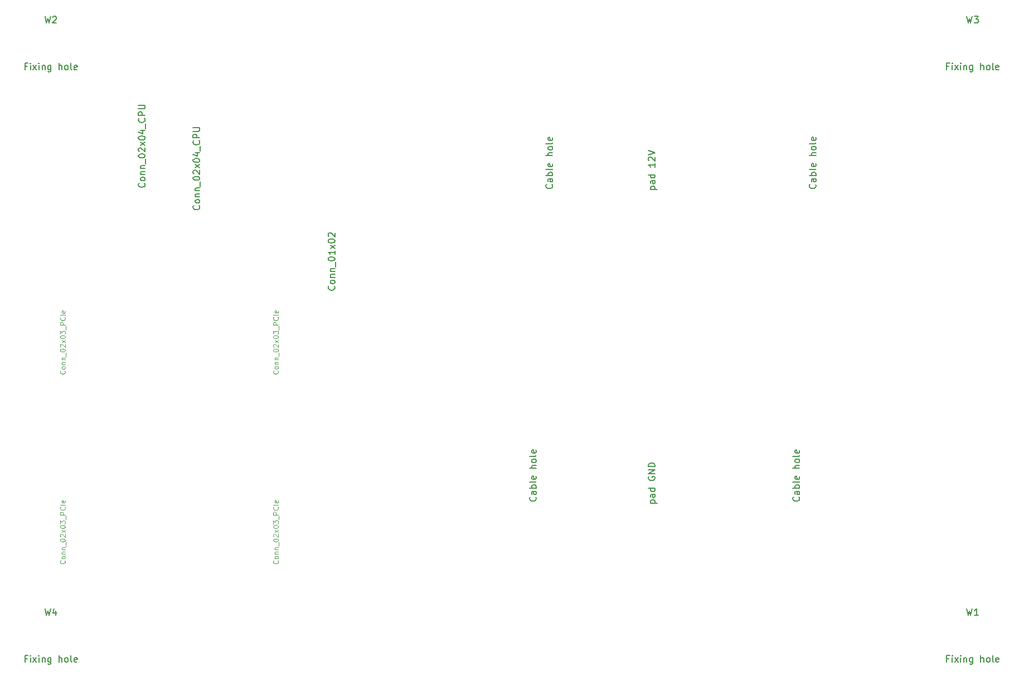
<source format=gbr>
G04 #@! TF.GenerationSoftware,KiCad,Pcbnew,(5.0.1)-3*
G04 #@! TF.CreationDate,2019-09-13T18:10:52+02:00*
G04 #@! TF.ProjectId,discovery,646973636F766572792E6B696361645F,rev?*
G04 #@! TF.SameCoordinates,PX4c4b360PY85843d4*
G04 #@! TF.FileFunction,Other,Fab,Top*
%FSLAX46Y46*%
G04 Gerber Fmt 4.6, Leading zero omitted, Abs format (unit mm)*
G04 Created by KiCad (PCBNEW (5.0.1)-3) date 13/09/2019 18:10:52*
%MOMM*%
%LPD*%
G01*
G04 APERTURE LIST*
%ADD10C,0.150000*%
%ADD11C,0.125000*%
G04 APERTURE END LIST*
G04 #@! TO.C,W13*
D10*
X91087694Y67801308D02*
X92087694Y67801308D01*
X91135313Y67801308D02*
X91087694Y67896546D01*
X91087694Y68087022D01*
X91135313Y68182260D01*
X91182932Y68229880D01*
X91278170Y68277499D01*
X91563884Y68277499D01*
X91659122Y68229880D01*
X91706741Y68182260D01*
X91754360Y68087022D01*
X91754360Y67896546D01*
X91706741Y67801308D01*
X91754360Y69134641D02*
X91230551Y69134641D01*
X91135313Y69087022D01*
X91087694Y68991784D01*
X91087694Y68801308D01*
X91135313Y68706070D01*
X91706741Y69134641D02*
X91754360Y69039403D01*
X91754360Y68801308D01*
X91706741Y68706070D01*
X91611503Y68658451D01*
X91516265Y68658451D01*
X91421027Y68706070D01*
X91373408Y68801308D01*
X91373408Y69039403D01*
X91325789Y69134641D01*
X91754360Y70039403D02*
X90754360Y70039403D01*
X91706741Y70039403D02*
X91754360Y69944165D01*
X91754360Y69753689D01*
X91706741Y69658451D01*
X91659122Y69610832D01*
X91563884Y69563213D01*
X91278170Y69563213D01*
X91182932Y69610832D01*
X91135313Y69658451D01*
X91087694Y69753689D01*
X91087694Y69944165D01*
X91135313Y70039403D01*
X91754360Y71801308D02*
X91754360Y71229880D01*
X91754360Y71515594D02*
X90754360Y71515594D01*
X90897218Y71420356D01*
X90992456Y71325118D01*
X91040075Y71229880D01*
X90849599Y72182260D02*
X90801980Y72229880D01*
X90754360Y72325118D01*
X90754360Y72563213D01*
X90801980Y72658451D01*
X90849599Y72706070D01*
X90944837Y72753689D01*
X91040075Y72753689D01*
X91182932Y72706070D01*
X91754360Y72134641D01*
X91754360Y72753689D01*
X90754360Y73039403D02*
X91754360Y73372737D01*
X90754360Y73706070D01*
G04 #@! TO.C,W20*
X91087694Y20158451D02*
X92087694Y20158451D01*
X91135313Y20158451D02*
X91087694Y20253689D01*
X91087694Y20444165D01*
X91135313Y20539403D01*
X91182932Y20587022D01*
X91278170Y20634641D01*
X91563884Y20634641D01*
X91659122Y20587022D01*
X91706741Y20539403D01*
X91754360Y20444165D01*
X91754360Y20253689D01*
X91706741Y20158451D01*
X91754360Y21491784D02*
X91230551Y21491784D01*
X91135313Y21444165D01*
X91087694Y21348927D01*
X91087694Y21158451D01*
X91135313Y21063213D01*
X91706741Y21491784D02*
X91754360Y21396546D01*
X91754360Y21158451D01*
X91706741Y21063213D01*
X91611503Y21015594D01*
X91516265Y21015594D01*
X91421027Y21063213D01*
X91373408Y21158451D01*
X91373408Y21396546D01*
X91325789Y21491784D01*
X91754360Y22396546D02*
X90754360Y22396546D01*
X91706741Y22396546D02*
X91754360Y22301308D01*
X91754360Y22110832D01*
X91706741Y22015594D01*
X91659122Y21967975D01*
X91563884Y21920356D01*
X91278170Y21920356D01*
X91182932Y21967975D01*
X91135313Y22015594D01*
X91087694Y22110832D01*
X91087694Y22301308D01*
X91135313Y22396546D01*
X90801980Y24158451D02*
X90754360Y24063213D01*
X90754360Y23920356D01*
X90801980Y23777499D01*
X90897218Y23682260D01*
X90992456Y23634641D01*
X91182932Y23587022D01*
X91325789Y23587022D01*
X91516265Y23634641D01*
X91611503Y23682260D01*
X91706741Y23777499D01*
X91754360Y23920356D01*
X91754360Y24015594D01*
X91706741Y24158451D01*
X91659122Y24206070D01*
X91325789Y24206070D01*
X91325789Y24015594D01*
X91754360Y24634641D02*
X90754360Y24634641D01*
X91754360Y25206070D01*
X90754360Y25206070D01*
X91754360Y25682260D02*
X90754360Y25682260D01*
X90754360Y25920356D01*
X90801980Y26063213D01*
X90897218Y26158451D01*
X90992456Y26206070D01*
X91182932Y26253689D01*
X91325789Y26253689D01*
X91516265Y26206070D01*
X91611503Y26158451D01*
X91706741Y26063213D01*
X91754360Y25920356D01*
X91754360Y25682260D01*
G04 #@! TO.C,J1*
X14208202Y68757883D02*
X14255821Y68710264D01*
X14303440Y68567407D01*
X14303440Y68472169D01*
X14255821Y68329312D01*
X14160583Y68234074D01*
X14065345Y68186455D01*
X13874869Y68138836D01*
X13732012Y68138836D01*
X13541536Y68186455D01*
X13446298Y68234074D01*
X13351060Y68329312D01*
X13303440Y68472169D01*
X13303440Y68567407D01*
X13351060Y68710264D01*
X13398679Y68757883D01*
X14303440Y69329312D02*
X14255821Y69234074D01*
X14208202Y69186455D01*
X14112964Y69138836D01*
X13827250Y69138836D01*
X13732012Y69186455D01*
X13684393Y69234074D01*
X13636774Y69329312D01*
X13636774Y69472169D01*
X13684393Y69567407D01*
X13732012Y69615026D01*
X13827250Y69662645D01*
X14112964Y69662645D01*
X14208202Y69615026D01*
X14255821Y69567407D01*
X14303440Y69472169D01*
X14303440Y69329312D01*
X13636774Y70091217D02*
X14303440Y70091217D01*
X13732012Y70091217D02*
X13684393Y70138836D01*
X13636774Y70234074D01*
X13636774Y70376931D01*
X13684393Y70472169D01*
X13779631Y70519788D01*
X14303440Y70519788D01*
X13636774Y70995979D02*
X14303440Y70995979D01*
X13732012Y70995979D02*
X13684393Y71043598D01*
X13636774Y71138836D01*
X13636774Y71281693D01*
X13684393Y71376931D01*
X13779631Y71424550D01*
X14303440Y71424550D01*
X14398679Y71662645D02*
X14398679Y72424550D01*
X13303440Y72853121D02*
X13303440Y72948360D01*
X13351060Y73043598D01*
X13398679Y73091217D01*
X13493917Y73138836D01*
X13684393Y73186455D01*
X13922488Y73186455D01*
X14112964Y73138836D01*
X14208202Y73091217D01*
X14255821Y73043598D01*
X14303440Y72948360D01*
X14303440Y72853121D01*
X14255821Y72757883D01*
X14208202Y72710264D01*
X14112964Y72662645D01*
X13922488Y72615026D01*
X13684393Y72615026D01*
X13493917Y72662645D01*
X13398679Y72710264D01*
X13351060Y72757883D01*
X13303440Y72853121D01*
X13398679Y73567407D02*
X13351060Y73615026D01*
X13303440Y73710264D01*
X13303440Y73948360D01*
X13351060Y74043598D01*
X13398679Y74091217D01*
X13493917Y74138836D01*
X13589155Y74138836D01*
X13732012Y74091217D01*
X14303440Y73519788D01*
X14303440Y74138836D01*
X14303440Y74472169D02*
X13636774Y74995979D01*
X13636774Y74472169D02*
X14303440Y74995979D01*
X13303440Y75567407D02*
X13303440Y75662645D01*
X13351060Y75757883D01*
X13398679Y75805502D01*
X13493917Y75853121D01*
X13684393Y75900740D01*
X13922488Y75900740D01*
X14112964Y75853121D01*
X14208202Y75805502D01*
X14255821Y75757883D01*
X14303440Y75662645D01*
X14303440Y75567407D01*
X14255821Y75472169D01*
X14208202Y75424550D01*
X14112964Y75376931D01*
X13922488Y75329312D01*
X13684393Y75329312D01*
X13493917Y75376931D01*
X13398679Y75424550D01*
X13351060Y75472169D01*
X13303440Y75567407D01*
X13636774Y76757883D02*
X14303440Y76757883D01*
X13255821Y76519788D02*
X13970107Y76281693D01*
X13970107Y76900740D01*
X14398679Y77043598D02*
X14398679Y77805502D01*
X14208202Y78615026D02*
X14255821Y78567407D01*
X14303440Y78424550D01*
X14303440Y78329312D01*
X14255821Y78186455D01*
X14160583Y78091217D01*
X14065345Y78043598D01*
X13874869Y77995979D01*
X13732012Y77995979D01*
X13541536Y78043598D01*
X13446298Y78091217D01*
X13351060Y78186455D01*
X13303440Y78329312D01*
X13303440Y78424550D01*
X13351060Y78567407D01*
X13398679Y78615026D01*
X14303440Y79043598D02*
X13303440Y79043598D01*
X13303440Y79424550D01*
X13351060Y79519788D01*
X13398679Y79567407D01*
X13493917Y79615026D01*
X13636774Y79615026D01*
X13732012Y79567407D01*
X13779631Y79519788D01*
X13827250Y79424550D01*
X13827250Y79043598D01*
X13303440Y80043598D02*
X14112964Y80043598D01*
X14208202Y80091217D01*
X14255821Y80138836D01*
X14303440Y80234074D01*
X14303440Y80424550D01*
X14255821Y80519788D01*
X14208202Y80567407D01*
X14112964Y80615026D01*
X13303440Y80615026D01*
G04 #@! TO.C,J2*
D11*
X2092017Y11426475D02*
X2127731Y11390760D01*
X2163445Y11283618D01*
X2163445Y11212189D01*
X2127731Y11105046D01*
X2056302Y11033618D01*
X1984874Y10997903D01*
X1842017Y10962189D01*
X1734874Y10962189D01*
X1592017Y10997903D01*
X1520588Y11033618D01*
X1449160Y11105046D01*
X1413445Y11212189D01*
X1413445Y11283618D01*
X1449160Y11390760D01*
X1484874Y11426475D01*
X2163445Y11855046D02*
X2127731Y11783618D01*
X2092017Y11747903D01*
X2020588Y11712189D01*
X1806302Y11712189D01*
X1734874Y11747903D01*
X1699160Y11783618D01*
X1663445Y11855046D01*
X1663445Y11962189D01*
X1699160Y12033618D01*
X1734874Y12069332D01*
X1806302Y12105046D01*
X2020588Y12105046D01*
X2092017Y12069332D01*
X2127731Y12033618D01*
X2163445Y11962189D01*
X2163445Y11855046D01*
X1663445Y12426475D02*
X2163445Y12426475D01*
X1734874Y12426475D02*
X1699160Y12462189D01*
X1663445Y12533618D01*
X1663445Y12640760D01*
X1699160Y12712189D01*
X1770588Y12747903D01*
X2163445Y12747903D01*
X1663445Y13105046D02*
X2163445Y13105046D01*
X1734874Y13105046D02*
X1699160Y13140760D01*
X1663445Y13212189D01*
X1663445Y13319332D01*
X1699160Y13390760D01*
X1770588Y13426475D01*
X2163445Y13426475D01*
X2234874Y13605046D02*
X2234874Y14176475D01*
X1413445Y14497903D02*
X1413445Y14569332D01*
X1449160Y14640760D01*
X1484874Y14676475D01*
X1556302Y14712189D01*
X1699160Y14747903D01*
X1877731Y14747903D01*
X2020588Y14712189D01*
X2092017Y14676475D01*
X2127731Y14640760D01*
X2163445Y14569332D01*
X2163445Y14497903D01*
X2127731Y14426475D01*
X2092017Y14390760D01*
X2020588Y14355046D01*
X1877731Y14319332D01*
X1699160Y14319332D01*
X1556302Y14355046D01*
X1484874Y14390760D01*
X1449160Y14426475D01*
X1413445Y14497903D01*
X1484874Y15033618D02*
X1449160Y15069332D01*
X1413445Y15140760D01*
X1413445Y15319332D01*
X1449160Y15390760D01*
X1484874Y15426475D01*
X1556302Y15462189D01*
X1627731Y15462189D01*
X1734874Y15426475D01*
X2163445Y14997903D01*
X2163445Y15462189D01*
X2163445Y15712189D02*
X1663445Y16105046D01*
X1663445Y15712189D02*
X2163445Y16105046D01*
X1413445Y16533618D02*
X1413445Y16605046D01*
X1449160Y16676475D01*
X1484874Y16712189D01*
X1556302Y16747903D01*
X1699160Y16783618D01*
X1877731Y16783618D01*
X2020588Y16747903D01*
X2092017Y16712189D01*
X2127731Y16676475D01*
X2163445Y16605046D01*
X2163445Y16533618D01*
X2127731Y16462189D01*
X2092017Y16426475D01*
X2020588Y16390760D01*
X1877731Y16355046D01*
X1699160Y16355046D01*
X1556302Y16390760D01*
X1484874Y16426475D01*
X1449160Y16462189D01*
X1413445Y16533618D01*
X1413445Y17033618D02*
X1413445Y17497903D01*
X1699160Y17247903D01*
X1699160Y17355046D01*
X1734874Y17426475D01*
X1770588Y17462189D01*
X1842017Y17497903D01*
X2020588Y17497903D01*
X2092017Y17462189D01*
X2127731Y17426475D01*
X2163445Y17355046D01*
X2163445Y17140760D01*
X2127731Y17069332D01*
X2092017Y17033618D01*
X2234874Y17640760D02*
X2234874Y18212189D01*
X2163445Y18390760D02*
X1413445Y18390760D01*
X1413445Y18676475D01*
X1449160Y18747903D01*
X1484874Y18783618D01*
X1556302Y18819332D01*
X1663445Y18819332D01*
X1734874Y18783618D01*
X1770588Y18747903D01*
X1806302Y18676475D01*
X1806302Y18390760D01*
X2092017Y19569332D02*
X2127731Y19533618D01*
X2163445Y19426475D01*
X2163445Y19355046D01*
X2127731Y19247903D01*
X2056302Y19176475D01*
X1984874Y19140760D01*
X1842017Y19105046D01*
X1734874Y19105046D01*
X1592017Y19140760D01*
X1520588Y19176475D01*
X1449160Y19247903D01*
X1413445Y19355046D01*
X1413445Y19426475D01*
X1449160Y19533618D01*
X1484874Y19569332D01*
X2163445Y19890760D02*
X1413445Y19890760D01*
X2127731Y20533618D02*
X2163445Y20462189D01*
X2163445Y20319332D01*
X2127731Y20247903D01*
X2056302Y20212189D01*
X1770588Y20212189D01*
X1699160Y20247903D01*
X1663445Y20319332D01*
X1663445Y20462189D01*
X1699160Y20533618D01*
X1770588Y20569332D01*
X1842017Y20569332D01*
X1913445Y20212189D01*
G04 #@! TO.C,J3*
D10*
X22506402Y65360923D02*
X22554021Y65313304D01*
X22601640Y65170447D01*
X22601640Y65075209D01*
X22554021Y64932352D01*
X22458783Y64837114D01*
X22363545Y64789495D01*
X22173069Y64741876D01*
X22030212Y64741876D01*
X21839736Y64789495D01*
X21744498Y64837114D01*
X21649260Y64932352D01*
X21601640Y65075209D01*
X21601640Y65170447D01*
X21649260Y65313304D01*
X21696879Y65360923D01*
X22601640Y65932352D02*
X22554021Y65837114D01*
X22506402Y65789495D01*
X22411164Y65741876D01*
X22125450Y65741876D01*
X22030212Y65789495D01*
X21982593Y65837114D01*
X21934974Y65932352D01*
X21934974Y66075209D01*
X21982593Y66170447D01*
X22030212Y66218066D01*
X22125450Y66265685D01*
X22411164Y66265685D01*
X22506402Y66218066D01*
X22554021Y66170447D01*
X22601640Y66075209D01*
X22601640Y65932352D01*
X21934974Y66694257D02*
X22601640Y66694257D01*
X22030212Y66694257D02*
X21982593Y66741876D01*
X21934974Y66837114D01*
X21934974Y66979971D01*
X21982593Y67075209D01*
X22077831Y67122828D01*
X22601640Y67122828D01*
X21934974Y67599019D02*
X22601640Y67599019D01*
X22030212Y67599019D02*
X21982593Y67646638D01*
X21934974Y67741876D01*
X21934974Y67884733D01*
X21982593Y67979971D01*
X22077831Y68027590D01*
X22601640Y68027590D01*
X22696879Y68265685D02*
X22696879Y69027590D01*
X21601640Y69456161D02*
X21601640Y69551400D01*
X21649260Y69646638D01*
X21696879Y69694257D01*
X21792117Y69741876D01*
X21982593Y69789495D01*
X22220688Y69789495D01*
X22411164Y69741876D01*
X22506402Y69694257D01*
X22554021Y69646638D01*
X22601640Y69551400D01*
X22601640Y69456161D01*
X22554021Y69360923D01*
X22506402Y69313304D01*
X22411164Y69265685D01*
X22220688Y69218066D01*
X21982593Y69218066D01*
X21792117Y69265685D01*
X21696879Y69313304D01*
X21649260Y69360923D01*
X21601640Y69456161D01*
X21696879Y70170447D02*
X21649260Y70218066D01*
X21601640Y70313304D01*
X21601640Y70551400D01*
X21649260Y70646638D01*
X21696879Y70694257D01*
X21792117Y70741876D01*
X21887355Y70741876D01*
X22030212Y70694257D01*
X22601640Y70122828D01*
X22601640Y70741876D01*
X22601640Y71075209D02*
X21934974Y71599019D01*
X21934974Y71075209D02*
X22601640Y71599019D01*
X21601640Y72170447D02*
X21601640Y72265685D01*
X21649260Y72360923D01*
X21696879Y72408542D01*
X21792117Y72456161D01*
X21982593Y72503780D01*
X22220688Y72503780D01*
X22411164Y72456161D01*
X22506402Y72408542D01*
X22554021Y72360923D01*
X22601640Y72265685D01*
X22601640Y72170447D01*
X22554021Y72075209D01*
X22506402Y72027590D01*
X22411164Y71979971D01*
X22220688Y71932352D01*
X21982593Y71932352D01*
X21792117Y71979971D01*
X21696879Y72027590D01*
X21649260Y72075209D01*
X21601640Y72170447D01*
X21934974Y73360923D02*
X22601640Y73360923D01*
X21554021Y73122828D02*
X22268307Y72884733D01*
X22268307Y73503780D01*
X22696879Y73646638D02*
X22696879Y74408542D01*
X22506402Y75218066D02*
X22554021Y75170447D01*
X22601640Y75027590D01*
X22601640Y74932352D01*
X22554021Y74789495D01*
X22458783Y74694257D01*
X22363545Y74646638D01*
X22173069Y74599019D01*
X22030212Y74599019D01*
X21839736Y74646638D01*
X21744498Y74694257D01*
X21649260Y74789495D01*
X21601640Y74932352D01*
X21601640Y75027590D01*
X21649260Y75170447D01*
X21696879Y75218066D01*
X22601640Y75646638D02*
X21601640Y75646638D01*
X21601640Y76027590D01*
X21649260Y76122828D01*
X21696879Y76170447D01*
X21792117Y76218066D01*
X21934974Y76218066D01*
X22030212Y76170447D01*
X22077831Y76122828D01*
X22125450Y76027590D01*
X22125450Y75646638D01*
X21601640Y76646638D02*
X22411164Y76646638D01*
X22506402Y76694257D01*
X22554021Y76741876D01*
X22601640Y76837114D01*
X22601640Y77027590D01*
X22554021Y77122828D01*
X22506402Y77170447D01*
X22411164Y77218066D01*
X21601640Y77218066D01*
G04 #@! TO.C,J4*
D11*
X2092017Y40259075D02*
X2127731Y40223360D01*
X2163445Y40116218D01*
X2163445Y40044789D01*
X2127731Y39937646D01*
X2056302Y39866218D01*
X1984874Y39830503D01*
X1842017Y39794789D01*
X1734874Y39794789D01*
X1592017Y39830503D01*
X1520588Y39866218D01*
X1449160Y39937646D01*
X1413445Y40044789D01*
X1413445Y40116218D01*
X1449160Y40223360D01*
X1484874Y40259075D01*
X2163445Y40687646D02*
X2127731Y40616218D01*
X2092017Y40580503D01*
X2020588Y40544789D01*
X1806302Y40544789D01*
X1734874Y40580503D01*
X1699160Y40616218D01*
X1663445Y40687646D01*
X1663445Y40794789D01*
X1699160Y40866218D01*
X1734874Y40901932D01*
X1806302Y40937646D01*
X2020588Y40937646D01*
X2092017Y40901932D01*
X2127731Y40866218D01*
X2163445Y40794789D01*
X2163445Y40687646D01*
X1663445Y41259075D02*
X2163445Y41259075D01*
X1734874Y41259075D02*
X1699160Y41294789D01*
X1663445Y41366218D01*
X1663445Y41473360D01*
X1699160Y41544789D01*
X1770588Y41580503D01*
X2163445Y41580503D01*
X1663445Y41937646D02*
X2163445Y41937646D01*
X1734874Y41937646D02*
X1699160Y41973360D01*
X1663445Y42044789D01*
X1663445Y42151932D01*
X1699160Y42223360D01*
X1770588Y42259075D01*
X2163445Y42259075D01*
X2234874Y42437646D02*
X2234874Y43009075D01*
X1413445Y43330503D02*
X1413445Y43401932D01*
X1449160Y43473360D01*
X1484874Y43509075D01*
X1556302Y43544789D01*
X1699160Y43580503D01*
X1877731Y43580503D01*
X2020588Y43544789D01*
X2092017Y43509075D01*
X2127731Y43473360D01*
X2163445Y43401932D01*
X2163445Y43330503D01*
X2127731Y43259075D01*
X2092017Y43223360D01*
X2020588Y43187646D01*
X1877731Y43151932D01*
X1699160Y43151932D01*
X1556302Y43187646D01*
X1484874Y43223360D01*
X1449160Y43259075D01*
X1413445Y43330503D01*
X1484874Y43866218D02*
X1449160Y43901932D01*
X1413445Y43973360D01*
X1413445Y44151932D01*
X1449160Y44223360D01*
X1484874Y44259075D01*
X1556302Y44294789D01*
X1627731Y44294789D01*
X1734874Y44259075D01*
X2163445Y43830503D01*
X2163445Y44294789D01*
X2163445Y44544789D02*
X1663445Y44937646D01*
X1663445Y44544789D02*
X2163445Y44937646D01*
X1413445Y45366218D02*
X1413445Y45437646D01*
X1449160Y45509075D01*
X1484874Y45544789D01*
X1556302Y45580503D01*
X1699160Y45616218D01*
X1877731Y45616218D01*
X2020588Y45580503D01*
X2092017Y45544789D01*
X2127731Y45509075D01*
X2163445Y45437646D01*
X2163445Y45366218D01*
X2127731Y45294789D01*
X2092017Y45259075D01*
X2020588Y45223360D01*
X1877731Y45187646D01*
X1699160Y45187646D01*
X1556302Y45223360D01*
X1484874Y45259075D01*
X1449160Y45294789D01*
X1413445Y45366218D01*
X1413445Y45866218D02*
X1413445Y46330503D01*
X1699160Y46080503D01*
X1699160Y46187646D01*
X1734874Y46259075D01*
X1770588Y46294789D01*
X1842017Y46330503D01*
X2020588Y46330503D01*
X2092017Y46294789D01*
X2127731Y46259075D01*
X2163445Y46187646D01*
X2163445Y45973360D01*
X2127731Y45901932D01*
X2092017Y45866218D01*
X2234874Y46473360D02*
X2234874Y47044789D01*
X2163445Y47223360D02*
X1413445Y47223360D01*
X1413445Y47509075D01*
X1449160Y47580503D01*
X1484874Y47616218D01*
X1556302Y47651932D01*
X1663445Y47651932D01*
X1734874Y47616218D01*
X1770588Y47580503D01*
X1806302Y47509075D01*
X1806302Y47223360D01*
X2092017Y48401932D02*
X2127731Y48366218D01*
X2163445Y48259075D01*
X2163445Y48187646D01*
X2127731Y48080503D01*
X2056302Y48009075D01*
X1984874Y47973360D01*
X1842017Y47937646D01*
X1734874Y47937646D01*
X1592017Y47973360D01*
X1520588Y48009075D01*
X1449160Y48080503D01*
X1413445Y48187646D01*
X1413445Y48259075D01*
X1449160Y48366218D01*
X1484874Y48401932D01*
X2163445Y48723360D02*
X1413445Y48723360D01*
X2127731Y49366218D02*
X2163445Y49294789D01*
X2163445Y49151932D01*
X2127731Y49080503D01*
X2056302Y49044789D01*
X1770588Y49044789D01*
X1699160Y49080503D01*
X1663445Y49151932D01*
X1663445Y49294789D01*
X1699160Y49366218D01*
X1770588Y49401932D01*
X1842017Y49401932D01*
X1913445Y49044789D01*
G04 #@! TO.C,J5*
X34444017Y40266875D02*
X34479731Y40231160D01*
X34515445Y40124018D01*
X34515445Y40052589D01*
X34479731Y39945446D01*
X34408302Y39874018D01*
X34336874Y39838303D01*
X34194017Y39802589D01*
X34086874Y39802589D01*
X33944017Y39838303D01*
X33872588Y39874018D01*
X33801160Y39945446D01*
X33765445Y40052589D01*
X33765445Y40124018D01*
X33801160Y40231160D01*
X33836874Y40266875D01*
X34515445Y40695446D02*
X34479731Y40624018D01*
X34444017Y40588303D01*
X34372588Y40552589D01*
X34158302Y40552589D01*
X34086874Y40588303D01*
X34051160Y40624018D01*
X34015445Y40695446D01*
X34015445Y40802589D01*
X34051160Y40874018D01*
X34086874Y40909732D01*
X34158302Y40945446D01*
X34372588Y40945446D01*
X34444017Y40909732D01*
X34479731Y40874018D01*
X34515445Y40802589D01*
X34515445Y40695446D01*
X34015445Y41266875D02*
X34515445Y41266875D01*
X34086874Y41266875D02*
X34051160Y41302589D01*
X34015445Y41374018D01*
X34015445Y41481160D01*
X34051160Y41552589D01*
X34122588Y41588303D01*
X34515445Y41588303D01*
X34015445Y41945446D02*
X34515445Y41945446D01*
X34086874Y41945446D02*
X34051160Y41981160D01*
X34015445Y42052589D01*
X34015445Y42159732D01*
X34051160Y42231160D01*
X34122588Y42266875D01*
X34515445Y42266875D01*
X34586874Y42445446D02*
X34586874Y43016875D01*
X33765445Y43338303D02*
X33765445Y43409732D01*
X33801160Y43481160D01*
X33836874Y43516875D01*
X33908302Y43552589D01*
X34051160Y43588303D01*
X34229731Y43588303D01*
X34372588Y43552589D01*
X34444017Y43516875D01*
X34479731Y43481160D01*
X34515445Y43409732D01*
X34515445Y43338303D01*
X34479731Y43266875D01*
X34444017Y43231160D01*
X34372588Y43195446D01*
X34229731Y43159732D01*
X34051160Y43159732D01*
X33908302Y43195446D01*
X33836874Y43231160D01*
X33801160Y43266875D01*
X33765445Y43338303D01*
X33836874Y43874018D02*
X33801160Y43909732D01*
X33765445Y43981160D01*
X33765445Y44159732D01*
X33801160Y44231160D01*
X33836874Y44266875D01*
X33908302Y44302589D01*
X33979731Y44302589D01*
X34086874Y44266875D01*
X34515445Y43838303D01*
X34515445Y44302589D01*
X34515445Y44552589D02*
X34015445Y44945446D01*
X34015445Y44552589D02*
X34515445Y44945446D01*
X33765445Y45374018D02*
X33765445Y45445446D01*
X33801160Y45516875D01*
X33836874Y45552589D01*
X33908302Y45588303D01*
X34051160Y45624018D01*
X34229731Y45624018D01*
X34372588Y45588303D01*
X34444017Y45552589D01*
X34479731Y45516875D01*
X34515445Y45445446D01*
X34515445Y45374018D01*
X34479731Y45302589D01*
X34444017Y45266875D01*
X34372588Y45231160D01*
X34229731Y45195446D01*
X34051160Y45195446D01*
X33908302Y45231160D01*
X33836874Y45266875D01*
X33801160Y45302589D01*
X33765445Y45374018D01*
X33765445Y45874018D02*
X33765445Y46338303D01*
X34051160Y46088303D01*
X34051160Y46195446D01*
X34086874Y46266875D01*
X34122588Y46302589D01*
X34194017Y46338303D01*
X34372588Y46338303D01*
X34444017Y46302589D01*
X34479731Y46266875D01*
X34515445Y46195446D01*
X34515445Y45981160D01*
X34479731Y45909732D01*
X34444017Y45874018D01*
X34586874Y46481160D02*
X34586874Y47052589D01*
X34515445Y47231160D02*
X33765445Y47231160D01*
X33765445Y47516875D01*
X33801160Y47588303D01*
X33836874Y47624018D01*
X33908302Y47659732D01*
X34015445Y47659732D01*
X34086874Y47624018D01*
X34122588Y47588303D01*
X34158302Y47516875D01*
X34158302Y47231160D01*
X34444017Y48409732D02*
X34479731Y48374018D01*
X34515445Y48266875D01*
X34515445Y48195446D01*
X34479731Y48088303D01*
X34408302Y48016875D01*
X34336874Y47981160D01*
X34194017Y47945446D01*
X34086874Y47945446D01*
X33944017Y47981160D01*
X33872588Y48016875D01*
X33801160Y48088303D01*
X33765445Y48195446D01*
X33765445Y48266875D01*
X33801160Y48374018D01*
X33836874Y48409732D01*
X34515445Y48731160D02*
X33765445Y48731160D01*
X34479731Y49374018D02*
X34515445Y49302589D01*
X34515445Y49159732D01*
X34479731Y49088303D01*
X34408302Y49052589D01*
X34122588Y49052589D01*
X34051160Y49088303D01*
X34015445Y49159732D01*
X34015445Y49302589D01*
X34051160Y49374018D01*
X34122588Y49409732D01*
X34194017Y49409732D01*
X34265445Y49052589D01*
G04 #@! TO.C,J6*
X34444017Y11434275D02*
X34479731Y11398560D01*
X34515445Y11291418D01*
X34515445Y11219989D01*
X34479731Y11112846D01*
X34408302Y11041418D01*
X34336874Y11005703D01*
X34194017Y10969989D01*
X34086874Y10969989D01*
X33944017Y11005703D01*
X33872588Y11041418D01*
X33801160Y11112846D01*
X33765445Y11219989D01*
X33765445Y11291418D01*
X33801160Y11398560D01*
X33836874Y11434275D01*
X34515445Y11862846D02*
X34479731Y11791418D01*
X34444017Y11755703D01*
X34372588Y11719989D01*
X34158302Y11719989D01*
X34086874Y11755703D01*
X34051160Y11791418D01*
X34015445Y11862846D01*
X34015445Y11969989D01*
X34051160Y12041418D01*
X34086874Y12077132D01*
X34158302Y12112846D01*
X34372588Y12112846D01*
X34444017Y12077132D01*
X34479731Y12041418D01*
X34515445Y11969989D01*
X34515445Y11862846D01*
X34015445Y12434275D02*
X34515445Y12434275D01*
X34086874Y12434275D02*
X34051160Y12469989D01*
X34015445Y12541418D01*
X34015445Y12648560D01*
X34051160Y12719989D01*
X34122588Y12755703D01*
X34515445Y12755703D01*
X34015445Y13112846D02*
X34515445Y13112846D01*
X34086874Y13112846D02*
X34051160Y13148560D01*
X34015445Y13219989D01*
X34015445Y13327132D01*
X34051160Y13398560D01*
X34122588Y13434275D01*
X34515445Y13434275D01*
X34586874Y13612846D02*
X34586874Y14184275D01*
X33765445Y14505703D02*
X33765445Y14577132D01*
X33801160Y14648560D01*
X33836874Y14684275D01*
X33908302Y14719989D01*
X34051160Y14755703D01*
X34229731Y14755703D01*
X34372588Y14719989D01*
X34444017Y14684275D01*
X34479731Y14648560D01*
X34515445Y14577132D01*
X34515445Y14505703D01*
X34479731Y14434275D01*
X34444017Y14398560D01*
X34372588Y14362846D01*
X34229731Y14327132D01*
X34051160Y14327132D01*
X33908302Y14362846D01*
X33836874Y14398560D01*
X33801160Y14434275D01*
X33765445Y14505703D01*
X33836874Y15041418D02*
X33801160Y15077132D01*
X33765445Y15148560D01*
X33765445Y15327132D01*
X33801160Y15398560D01*
X33836874Y15434275D01*
X33908302Y15469989D01*
X33979731Y15469989D01*
X34086874Y15434275D01*
X34515445Y15005703D01*
X34515445Y15469989D01*
X34515445Y15719989D02*
X34015445Y16112846D01*
X34015445Y15719989D02*
X34515445Y16112846D01*
X33765445Y16541418D02*
X33765445Y16612846D01*
X33801160Y16684275D01*
X33836874Y16719989D01*
X33908302Y16755703D01*
X34051160Y16791418D01*
X34229731Y16791418D01*
X34372588Y16755703D01*
X34444017Y16719989D01*
X34479731Y16684275D01*
X34515445Y16612846D01*
X34515445Y16541418D01*
X34479731Y16469989D01*
X34444017Y16434275D01*
X34372588Y16398560D01*
X34229731Y16362846D01*
X34051160Y16362846D01*
X33908302Y16398560D01*
X33836874Y16434275D01*
X33801160Y16469989D01*
X33765445Y16541418D01*
X33765445Y17041418D02*
X33765445Y17505703D01*
X34051160Y17255703D01*
X34051160Y17362846D01*
X34086874Y17434275D01*
X34122588Y17469989D01*
X34194017Y17505703D01*
X34372588Y17505703D01*
X34444017Y17469989D01*
X34479731Y17434275D01*
X34515445Y17362846D01*
X34515445Y17148560D01*
X34479731Y17077132D01*
X34444017Y17041418D01*
X34586874Y17648560D02*
X34586874Y18219989D01*
X34515445Y18398560D02*
X33765445Y18398560D01*
X33765445Y18684275D01*
X33801160Y18755703D01*
X33836874Y18791418D01*
X33908302Y18827132D01*
X34015445Y18827132D01*
X34086874Y18791418D01*
X34122588Y18755703D01*
X34158302Y18684275D01*
X34158302Y18398560D01*
X34444017Y19577132D02*
X34479731Y19541418D01*
X34515445Y19434275D01*
X34515445Y19362846D01*
X34479731Y19255703D01*
X34408302Y19184275D01*
X34336874Y19148560D01*
X34194017Y19112846D01*
X34086874Y19112846D01*
X33944017Y19148560D01*
X33872588Y19184275D01*
X33801160Y19255703D01*
X33765445Y19362846D01*
X33765445Y19434275D01*
X33801160Y19541418D01*
X33836874Y19577132D01*
X34515445Y19898560D02*
X33765445Y19898560D01*
X34479731Y20541418D02*
X34515445Y20469989D01*
X34515445Y20327132D01*
X34479731Y20255703D01*
X34408302Y20219989D01*
X34122588Y20219989D01*
X34051160Y20255703D01*
X34015445Y20327132D01*
X34015445Y20469989D01*
X34051160Y20541418D01*
X34122588Y20577132D01*
X34194017Y20577132D01*
X34265445Y20219989D01*
G04 #@! TO.C,W1*
D10*
X136381112Y-3476311D02*
X136047779Y-3476311D01*
X136047779Y-4000120D02*
X136047779Y-3000120D01*
X136523969Y-3000120D01*
X136904921Y-4000120D02*
X136904921Y-3333454D01*
X136904921Y-3000120D02*
X136857302Y-3047740D01*
X136904921Y-3095359D01*
X136952540Y-3047740D01*
X136904921Y-3000120D01*
X136904921Y-3095359D01*
X137285874Y-4000120D02*
X137809683Y-3333454D01*
X137285874Y-3333454D02*
X137809683Y-4000120D01*
X138190636Y-4000120D02*
X138190636Y-3333454D01*
X138190636Y-3000120D02*
X138143017Y-3047740D01*
X138190636Y-3095359D01*
X138238255Y-3047740D01*
X138190636Y-3000120D01*
X138190636Y-3095359D01*
X138666826Y-3333454D02*
X138666826Y-4000120D01*
X138666826Y-3428692D02*
X138714445Y-3381073D01*
X138809683Y-3333454D01*
X138952540Y-3333454D01*
X139047779Y-3381073D01*
X139095398Y-3476311D01*
X139095398Y-4000120D01*
X140000160Y-3333454D02*
X140000160Y-4142978D01*
X139952540Y-4238216D01*
X139904921Y-4285835D01*
X139809683Y-4333454D01*
X139666826Y-4333454D01*
X139571588Y-4285835D01*
X140000160Y-3952501D02*
X139904921Y-4000120D01*
X139714445Y-4000120D01*
X139619207Y-3952501D01*
X139571588Y-3904882D01*
X139523969Y-3809644D01*
X139523969Y-3523930D01*
X139571588Y-3428692D01*
X139619207Y-3381073D01*
X139714445Y-3333454D01*
X139904921Y-3333454D01*
X140000160Y-3381073D01*
X141238255Y-4000120D02*
X141238255Y-3000120D01*
X141666826Y-4000120D02*
X141666826Y-3476311D01*
X141619207Y-3381073D01*
X141523969Y-3333454D01*
X141381112Y-3333454D01*
X141285874Y-3381073D01*
X141238255Y-3428692D01*
X142285874Y-4000120D02*
X142190636Y-3952501D01*
X142143017Y-3904882D01*
X142095398Y-3809644D01*
X142095398Y-3523930D01*
X142143017Y-3428692D01*
X142190636Y-3381073D01*
X142285874Y-3333454D01*
X142428731Y-3333454D01*
X142523969Y-3381073D01*
X142571588Y-3428692D01*
X142619207Y-3523930D01*
X142619207Y-3809644D01*
X142571588Y-3904882D01*
X142523969Y-3952501D01*
X142428731Y-4000120D01*
X142285874Y-4000120D01*
X143190636Y-4000120D02*
X143095398Y-3952501D01*
X143047779Y-3857263D01*
X143047779Y-3000120D01*
X143952540Y-3952501D02*
X143857302Y-4000120D01*
X143666826Y-4000120D01*
X143571588Y-3952501D01*
X143523969Y-3857263D01*
X143523969Y-3476311D01*
X143571588Y-3381073D01*
X143666826Y-3333454D01*
X143857302Y-3333454D01*
X143952540Y-3381073D01*
X144000160Y-3476311D01*
X144000160Y-3571549D01*
X143523969Y-3666787D01*
X139095398Y4099880D02*
X139333493Y3099880D01*
X139523969Y3814165D01*
X139714445Y3099880D01*
X139952540Y4099880D01*
X140857302Y3099880D02*
X140285874Y3099880D01*
X140571588Y3099880D02*
X140571588Y4099880D01*
X140476350Y3957022D01*
X140381112Y3861784D01*
X140285874Y3814165D01*
G04 #@! TO.C,W2*
X-3618888Y86523689D02*
X-3952221Y86523689D01*
X-3952221Y85999880D02*
X-3952221Y86999880D01*
X-3476031Y86999880D01*
X-3095079Y85999880D02*
X-3095079Y86666546D01*
X-3095079Y86999880D02*
X-3142698Y86952260D01*
X-3095079Y86904641D01*
X-3047460Y86952260D01*
X-3095079Y86999880D01*
X-3095079Y86904641D01*
X-2714126Y85999880D02*
X-2190317Y86666546D01*
X-2714126Y86666546D02*
X-2190317Y85999880D01*
X-1809364Y85999880D02*
X-1809364Y86666546D01*
X-1809364Y86999880D02*
X-1856983Y86952260D01*
X-1809364Y86904641D01*
X-1761745Y86952260D01*
X-1809364Y86999880D01*
X-1809364Y86904641D01*
X-1333174Y86666546D02*
X-1333174Y85999880D01*
X-1333174Y86571308D02*
X-1285555Y86618927D01*
X-1190317Y86666546D01*
X-1047460Y86666546D01*
X-952221Y86618927D01*
X-904602Y86523689D01*
X-904602Y85999880D01*
X160Y86666546D02*
X160Y85857022D01*
X-47460Y85761784D01*
X-95079Y85714165D01*
X-190317Y85666546D01*
X-333174Y85666546D01*
X-428412Y85714165D01*
X160Y86047499D02*
X-95079Y85999880D01*
X-285555Y85999880D01*
X-380793Y86047499D01*
X-428412Y86095118D01*
X-476031Y86190356D01*
X-476031Y86476070D01*
X-428412Y86571308D01*
X-380793Y86618927D01*
X-285555Y86666546D01*
X-95079Y86666546D01*
X160Y86618927D01*
X1238255Y85999880D02*
X1238255Y86999880D01*
X1666826Y85999880D02*
X1666826Y86523689D01*
X1619207Y86618927D01*
X1523969Y86666546D01*
X1381112Y86666546D01*
X1285874Y86618927D01*
X1238255Y86571308D01*
X2285874Y85999880D02*
X2190636Y86047499D01*
X2143017Y86095118D01*
X2095398Y86190356D01*
X2095398Y86476070D01*
X2143017Y86571308D01*
X2190636Y86618927D01*
X2285874Y86666546D01*
X2428731Y86666546D01*
X2523969Y86618927D01*
X2571588Y86571308D01*
X2619207Y86476070D01*
X2619207Y86190356D01*
X2571588Y86095118D01*
X2523969Y86047499D01*
X2428731Y85999880D01*
X2285874Y85999880D01*
X3190636Y85999880D02*
X3095398Y86047499D01*
X3047779Y86142737D01*
X3047779Y86999880D01*
X3952540Y86047499D02*
X3857302Y85999880D01*
X3666826Y85999880D01*
X3571588Y86047499D01*
X3523969Y86142737D01*
X3523969Y86523689D01*
X3571588Y86618927D01*
X3666826Y86666546D01*
X3857302Y86666546D01*
X3952540Y86618927D01*
X4000160Y86523689D01*
X4000160Y86428451D01*
X3523969Y86333213D01*
X-904602Y94099880D02*
X-666507Y93099880D01*
X-476031Y93814165D01*
X-285555Y93099880D01*
X-47460Y94099880D01*
X285874Y94004641D02*
X333493Y94052260D01*
X428731Y94099880D01*
X666826Y94099880D01*
X762064Y94052260D01*
X809683Y94004641D01*
X857302Y93909403D01*
X857302Y93814165D01*
X809683Y93671308D01*
X238255Y93099880D01*
X857302Y93099880D01*
G04 #@! TO.C,W3*
X136381112Y86523689D02*
X136047779Y86523689D01*
X136047779Y85999880D02*
X136047779Y86999880D01*
X136523969Y86999880D01*
X136904921Y85999880D02*
X136904921Y86666546D01*
X136904921Y86999880D02*
X136857302Y86952260D01*
X136904921Y86904641D01*
X136952540Y86952260D01*
X136904921Y86999880D01*
X136904921Y86904641D01*
X137285874Y85999880D02*
X137809683Y86666546D01*
X137285874Y86666546D02*
X137809683Y85999880D01*
X138190636Y85999880D02*
X138190636Y86666546D01*
X138190636Y86999880D02*
X138143017Y86952260D01*
X138190636Y86904641D01*
X138238255Y86952260D01*
X138190636Y86999880D01*
X138190636Y86904641D01*
X138666826Y86666546D02*
X138666826Y85999880D01*
X138666826Y86571308D02*
X138714445Y86618927D01*
X138809683Y86666546D01*
X138952540Y86666546D01*
X139047779Y86618927D01*
X139095398Y86523689D01*
X139095398Y85999880D01*
X140000160Y86666546D02*
X140000160Y85857022D01*
X139952540Y85761784D01*
X139904921Y85714165D01*
X139809683Y85666546D01*
X139666826Y85666546D01*
X139571588Y85714165D01*
X140000160Y86047499D02*
X139904921Y85999880D01*
X139714445Y85999880D01*
X139619207Y86047499D01*
X139571588Y86095118D01*
X139523969Y86190356D01*
X139523969Y86476070D01*
X139571588Y86571308D01*
X139619207Y86618927D01*
X139714445Y86666546D01*
X139904921Y86666546D01*
X140000160Y86618927D01*
X141238255Y85999880D02*
X141238255Y86999880D01*
X141666826Y85999880D02*
X141666826Y86523689D01*
X141619207Y86618927D01*
X141523969Y86666546D01*
X141381112Y86666546D01*
X141285874Y86618927D01*
X141238255Y86571308D01*
X142285874Y85999880D02*
X142190636Y86047499D01*
X142143017Y86095118D01*
X142095398Y86190356D01*
X142095398Y86476070D01*
X142143017Y86571308D01*
X142190636Y86618927D01*
X142285874Y86666546D01*
X142428731Y86666546D01*
X142523969Y86618927D01*
X142571588Y86571308D01*
X142619207Y86476070D01*
X142619207Y86190356D01*
X142571588Y86095118D01*
X142523969Y86047499D01*
X142428731Y85999880D01*
X142285874Y85999880D01*
X143190636Y85999880D02*
X143095398Y86047499D01*
X143047779Y86142737D01*
X143047779Y86999880D01*
X143952540Y86047499D02*
X143857302Y85999880D01*
X143666826Y85999880D01*
X143571588Y86047499D01*
X143523969Y86142737D01*
X143523969Y86523689D01*
X143571588Y86618927D01*
X143666826Y86666546D01*
X143857302Y86666546D01*
X143952540Y86618927D01*
X144000160Y86523689D01*
X144000160Y86428451D01*
X143523969Y86333213D01*
X139095398Y94099880D02*
X139333493Y93099880D01*
X139523969Y93814165D01*
X139714445Y93099880D01*
X139952540Y94099880D01*
X140238255Y94099880D02*
X140857302Y94099880D01*
X140523969Y93718927D01*
X140666826Y93718927D01*
X140762064Y93671308D01*
X140809683Y93623689D01*
X140857302Y93528451D01*
X140857302Y93290356D01*
X140809683Y93195118D01*
X140762064Y93147499D01*
X140666826Y93099880D01*
X140381112Y93099880D01*
X140285874Y93147499D01*
X140238255Y93195118D01*
G04 #@! TO.C,W4*
X-3618888Y-3476311D02*
X-3952221Y-3476311D01*
X-3952221Y-4000120D02*
X-3952221Y-3000120D01*
X-3476031Y-3000120D01*
X-3095079Y-4000120D02*
X-3095079Y-3333454D01*
X-3095079Y-3000120D02*
X-3142698Y-3047740D01*
X-3095079Y-3095359D01*
X-3047460Y-3047740D01*
X-3095079Y-3000120D01*
X-3095079Y-3095359D01*
X-2714126Y-4000120D02*
X-2190317Y-3333454D01*
X-2714126Y-3333454D02*
X-2190317Y-4000120D01*
X-1809364Y-4000120D02*
X-1809364Y-3333454D01*
X-1809364Y-3000120D02*
X-1856983Y-3047740D01*
X-1809364Y-3095359D01*
X-1761745Y-3047740D01*
X-1809364Y-3000120D01*
X-1809364Y-3095359D01*
X-1333174Y-3333454D02*
X-1333174Y-4000120D01*
X-1333174Y-3428692D02*
X-1285555Y-3381073D01*
X-1190317Y-3333454D01*
X-1047460Y-3333454D01*
X-952221Y-3381073D01*
X-904602Y-3476311D01*
X-904602Y-4000120D01*
X160Y-3333454D02*
X160Y-4142978D01*
X-47460Y-4238216D01*
X-95079Y-4285835D01*
X-190317Y-4333454D01*
X-333174Y-4333454D01*
X-428412Y-4285835D01*
X160Y-3952501D02*
X-95079Y-4000120D01*
X-285555Y-4000120D01*
X-380793Y-3952501D01*
X-428412Y-3904882D01*
X-476031Y-3809644D01*
X-476031Y-3523930D01*
X-428412Y-3428692D01*
X-380793Y-3381073D01*
X-285555Y-3333454D01*
X-95079Y-3333454D01*
X160Y-3381073D01*
X1238255Y-4000120D02*
X1238255Y-3000120D01*
X1666826Y-4000120D02*
X1666826Y-3476311D01*
X1619207Y-3381073D01*
X1523969Y-3333454D01*
X1381112Y-3333454D01*
X1285874Y-3381073D01*
X1238255Y-3428692D01*
X2285874Y-4000120D02*
X2190636Y-3952501D01*
X2143017Y-3904882D01*
X2095398Y-3809644D01*
X2095398Y-3523930D01*
X2143017Y-3428692D01*
X2190636Y-3381073D01*
X2285874Y-3333454D01*
X2428731Y-3333454D01*
X2523969Y-3381073D01*
X2571588Y-3428692D01*
X2619207Y-3523930D01*
X2619207Y-3809644D01*
X2571588Y-3904882D01*
X2523969Y-3952501D01*
X2428731Y-4000120D01*
X2285874Y-4000120D01*
X3190636Y-4000120D02*
X3095398Y-3952501D01*
X3047779Y-3857263D01*
X3047779Y-3000120D01*
X3952540Y-3952501D02*
X3857302Y-4000120D01*
X3666826Y-4000120D01*
X3571588Y-3952501D01*
X3523969Y-3857263D01*
X3523969Y-3476311D01*
X3571588Y-3381073D01*
X3666826Y-3333454D01*
X3857302Y-3333454D01*
X3952540Y-3381073D01*
X4000160Y-3476311D01*
X4000160Y-3571549D01*
X3523969Y-3666787D01*
X-904602Y4099880D02*
X-666507Y3099880D01*
X-476031Y3814165D01*
X-285555Y3099880D01*
X-47460Y4099880D01*
X762064Y3766546D02*
X762064Y3099880D01*
X523969Y4147499D02*
X285874Y3433213D01*
X904921Y3433213D01*
G04 #@! TO.C,W5*
X76103422Y68585336D02*
X76151041Y68537717D01*
X76198660Y68394860D01*
X76198660Y68299621D01*
X76151041Y68156764D01*
X76055803Y68061526D01*
X75960565Y68013907D01*
X75770089Y67966288D01*
X75627232Y67966288D01*
X75436756Y68013907D01*
X75341518Y68061526D01*
X75246280Y68156764D01*
X75198660Y68299621D01*
X75198660Y68394860D01*
X75246280Y68537717D01*
X75293899Y68585336D01*
X76198660Y69442479D02*
X75674851Y69442479D01*
X75579613Y69394860D01*
X75531994Y69299621D01*
X75531994Y69109145D01*
X75579613Y69013907D01*
X76151041Y69442479D02*
X76198660Y69347240D01*
X76198660Y69109145D01*
X76151041Y69013907D01*
X76055803Y68966288D01*
X75960565Y68966288D01*
X75865327Y69013907D01*
X75817708Y69109145D01*
X75817708Y69347240D01*
X75770089Y69442479D01*
X76198660Y69918669D02*
X75198660Y69918669D01*
X75579613Y69918669D02*
X75531994Y70013907D01*
X75531994Y70204383D01*
X75579613Y70299621D01*
X75627232Y70347240D01*
X75722470Y70394860D01*
X76008184Y70394860D01*
X76103422Y70347240D01*
X76151041Y70299621D01*
X76198660Y70204383D01*
X76198660Y70013907D01*
X76151041Y69918669D01*
X76198660Y70966288D02*
X76151041Y70871050D01*
X76055803Y70823431D01*
X75198660Y70823431D01*
X76151041Y71728193D02*
X76198660Y71632955D01*
X76198660Y71442479D01*
X76151041Y71347240D01*
X76055803Y71299621D01*
X75674851Y71299621D01*
X75579613Y71347240D01*
X75531994Y71442479D01*
X75531994Y71632955D01*
X75579613Y71728193D01*
X75674851Y71775812D01*
X75770089Y71775812D01*
X75865327Y71299621D01*
X76198660Y72966288D02*
X75198660Y72966288D01*
X76198660Y73394860D02*
X75674851Y73394860D01*
X75579613Y73347240D01*
X75531994Y73252002D01*
X75531994Y73109145D01*
X75579613Y73013907D01*
X75627232Y72966288D01*
X76198660Y74013907D02*
X76151041Y73918669D01*
X76103422Y73871050D01*
X76008184Y73823431D01*
X75722470Y73823431D01*
X75627232Y73871050D01*
X75579613Y73918669D01*
X75531994Y74013907D01*
X75531994Y74156764D01*
X75579613Y74252002D01*
X75627232Y74299621D01*
X75722470Y74347240D01*
X76008184Y74347240D01*
X76103422Y74299621D01*
X76151041Y74252002D01*
X76198660Y74156764D01*
X76198660Y74013907D01*
X76198660Y74918669D02*
X76151041Y74823431D01*
X76055803Y74775812D01*
X75198660Y74775812D01*
X76151041Y75680574D02*
X76198660Y75585336D01*
X76198660Y75394860D01*
X76151041Y75299621D01*
X76055803Y75252002D01*
X75674851Y75252002D01*
X75579613Y75299621D01*
X75531994Y75394860D01*
X75531994Y75585336D01*
X75579613Y75680574D01*
X75674851Y75728193D01*
X75770089Y75728193D01*
X75865327Y75252002D01*
G04 #@! TO.C,W6*
X116103422Y68585336D02*
X116151041Y68537717D01*
X116198660Y68394860D01*
X116198660Y68299621D01*
X116151041Y68156764D01*
X116055803Y68061526D01*
X115960565Y68013907D01*
X115770089Y67966288D01*
X115627232Y67966288D01*
X115436756Y68013907D01*
X115341518Y68061526D01*
X115246280Y68156764D01*
X115198660Y68299621D01*
X115198660Y68394860D01*
X115246280Y68537717D01*
X115293899Y68585336D01*
X116198660Y69442479D02*
X115674851Y69442479D01*
X115579613Y69394860D01*
X115531994Y69299621D01*
X115531994Y69109145D01*
X115579613Y69013907D01*
X116151041Y69442479D02*
X116198660Y69347240D01*
X116198660Y69109145D01*
X116151041Y69013907D01*
X116055803Y68966288D01*
X115960565Y68966288D01*
X115865327Y69013907D01*
X115817708Y69109145D01*
X115817708Y69347240D01*
X115770089Y69442479D01*
X116198660Y69918669D02*
X115198660Y69918669D01*
X115579613Y69918669D02*
X115531994Y70013907D01*
X115531994Y70204383D01*
X115579613Y70299621D01*
X115627232Y70347240D01*
X115722470Y70394860D01*
X116008184Y70394860D01*
X116103422Y70347240D01*
X116151041Y70299621D01*
X116198660Y70204383D01*
X116198660Y70013907D01*
X116151041Y69918669D01*
X116198660Y70966288D02*
X116151041Y70871050D01*
X116055803Y70823431D01*
X115198660Y70823431D01*
X116151041Y71728193D02*
X116198660Y71632955D01*
X116198660Y71442479D01*
X116151041Y71347240D01*
X116055803Y71299621D01*
X115674851Y71299621D01*
X115579613Y71347240D01*
X115531994Y71442479D01*
X115531994Y71632955D01*
X115579613Y71728193D01*
X115674851Y71775812D01*
X115770089Y71775812D01*
X115865327Y71299621D01*
X116198660Y72966288D02*
X115198660Y72966288D01*
X116198660Y73394860D02*
X115674851Y73394860D01*
X115579613Y73347240D01*
X115531994Y73252002D01*
X115531994Y73109145D01*
X115579613Y73013907D01*
X115627232Y72966288D01*
X116198660Y74013907D02*
X116151041Y73918669D01*
X116103422Y73871050D01*
X116008184Y73823431D01*
X115722470Y73823431D01*
X115627232Y73871050D01*
X115579613Y73918669D01*
X115531994Y74013907D01*
X115531994Y74156764D01*
X115579613Y74252002D01*
X115627232Y74299621D01*
X115722470Y74347240D01*
X116008184Y74347240D01*
X116103422Y74299621D01*
X116151041Y74252002D01*
X116198660Y74156764D01*
X116198660Y74013907D01*
X116198660Y74918669D02*
X116151041Y74823431D01*
X116055803Y74775812D01*
X115198660Y74775812D01*
X116151041Y75680574D02*
X116198660Y75585336D01*
X116198660Y75394860D01*
X116151041Y75299621D01*
X116055803Y75252002D01*
X115674851Y75252002D01*
X115579613Y75299621D01*
X115531994Y75394860D01*
X115531994Y75585336D01*
X115579613Y75680574D01*
X115674851Y75728193D01*
X115770089Y75728193D01*
X115865327Y75252002D01*
G04 #@! TO.C,W11*
X73603422Y21085336D02*
X73651041Y21037717D01*
X73698660Y20894860D01*
X73698660Y20799621D01*
X73651041Y20656764D01*
X73555803Y20561526D01*
X73460565Y20513907D01*
X73270089Y20466288D01*
X73127232Y20466288D01*
X72936756Y20513907D01*
X72841518Y20561526D01*
X72746280Y20656764D01*
X72698660Y20799621D01*
X72698660Y20894860D01*
X72746280Y21037717D01*
X72793899Y21085336D01*
X73698660Y21942479D02*
X73174851Y21942479D01*
X73079613Y21894860D01*
X73031994Y21799621D01*
X73031994Y21609145D01*
X73079613Y21513907D01*
X73651041Y21942479D02*
X73698660Y21847240D01*
X73698660Y21609145D01*
X73651041Y21513907D01*
X73555803Y21466288D01*
X73460565Y21466288D01*
X73365327Y21513907D01*
X73317708Y21609145D01*
X73317708Y21847240D01*
X73270089Y21942479D01*
X73698660Y22418669D02*
X72698660Y22418669D01*
X73079613Y22418669D02*
X73031994Y22513907D01*
X73031994Y22704383D01*
X73079613Y22799621D01*
X73127232Y22847240D01*
X73222470Y22894860D01*
X73508184Y22894860D01*
X73603422Y22847240D01*
X73651041Y22799621D01*
X73698660Y22704383D01*
X73698660Y22513907D01*
X73651041Y22418669D01*
X73698660Y23466288D02*
X73651041Y23371050D01*
X73555803Y23323431D01*
X72698660Y23323431D01*
X73651041Y24228193D02*
X73698660Y24132955D01*
X73698660Y23942479D01*
X73651041Y23847240D01*
X73555803Y23799621D01*
X73174851Y23799621D01*
X73079613Y23847240D01*
X73031994Y23942479D01*
X73031994Y24132955D01*
X73079613Y24228193D01*
X73174851Y24275812D01*
X73270089Y24275812D01*
X73365327Y23799621D01*
X73698660Y25466288D02*
X72698660Y25466288D01*
X73698660Y25894860D02*
X73174851Y25894860D01*
X73079613Y25847240D01*
X73031994Y25752002D01*
X73031994Y25609145D01*
X73079613Y25513907D01*
X73127232Y25466288D01*
X73698660Y26513907D02*
X73651041Y26418669D01*
X73603422Y26371050D01*
X73508184Y26323431D01*
X73222470Y26323431D01*
X73127232Y26371050D01*
X73079613Y26418669D01*
X73031994Y26513907D01*
X73031994Y26656764D01*
X73079613Y26752002D01*
X73127232Y26799621D01*
X73222470Y26847240D01*
X73508184Y26847240D01*
X73603422Y26799621D01*
X73651041Y26752002D01*
X73698660Y26656764D01*
X73698660Y26513907D01*
X73698660Y27418669D02*
X73651041Y27323431D01*
X73555803Y27275812D01*
X72698660Y27275812D01*
X73651041Y28180574D02*
X73698660Y28085336D01*
X73698660Y27894860D01*
X73651041Y27799621D01*
X73555803Y27752002D01*
X73174851Y27752002D01*
X73079613Y27799621D01*
X73031994Y27894860D01*
X73031994Y28085336D01*
X73079613Y28180574D01*
X73174851Y28228193D01*
X73270089Y28228193D01*
X73365327Y27752002D01*
G04 #@! TO.C,W12*
X113603422Y21085336D02*
X113651041Y21037717D01*
X113698660Y20894860D01*
X113698660Y20799621D01*
X113651041Y20656764D01*
X113555803Y20561526D01*
X113460565Y20513907D01*
X113270089Y20466288D01*
X113127232Y20466288D01*
X112936756Y20513907D01*
X112841518Y20561526D01*
X112746280Y20656764D01*
X112698660Y20799621D01*
X112698660Y20894860D01*
X112746280Y21037717D01*
X112793899Y21085336D01*
X113698660Y21942479D02*
X113174851Y21942479D01*
X113079613Y21894860D01*
X113031994Y21799621D01*
X113031994Y21609145D01*
X113079613Y21513907D01*
X113651041Y21942479D02*
X113698660Y21847240D01*
X113698660Y21609145D01*
X113651041Y21513907D01*
X113555803Y21466288D01*
X113460565Y21466288D01*
X113365327Y21513907D01*
X113317708Y21609145D01*
X113317708Y21847240D01*
X113270089Y21942479D01*
X113698660Y22418669D02*
X112698660Y22418669D01*
X113079613Y22418669D02*
X113031994Y22513907D01*
X113031994Y22704383D01*
X113079613Y22799621D01*
X113127232Y22847240D01*
X113222470Y22894860D01*
X113508184Y22894860D01*
X113603422Y22847240D01*
X113651041Y22799621D01*
X113698660Y22704383D01*
X113698660Y22513907D01*
X113651041Y22418669D01*
X113698660Y23466288D02*
X113651041Y23371050D01*
X113555803Y23323431D01*
X112698660Y23323431D01*
X113651041Y24228193D02*
X113698660Y24132955D01*
X113698660Y23942479D01*
X113651041Y23847240D01*
X113555803Y23799621D01*
X113174851Y23799621D01*
X113079613Y23847240D01*
X113031994Y23942479D01*
X113031994Y24132955D01*
X113079613Y24228193D01*
X113174851Y24275812D01*
X113270089Y24275812D01*
X113365327Y23799621D01*
X113698660Y25466288D02*
X112698660Y25466288D01*
X113698660Y25894860D02*
X113174851Y25894860D01*
X113079613Y25847240D01*
X113031994Y25752002D01*
X113031994Y25609145D01*
X113079613Y25513907D01*
X113127232Y25466288D01*
X113698660Y26513907D02*
X113651041Y26418669D01*
X113603422Y26371050D01*
X113508184Y26323431D01*
X113222470Y26323431D01*
X113127232Y26371050D01*
X113079613Y26418669D01*
X113031994Y26513907D01*
X113031994Y26656764D01*
X113079613Y26752002D01*
X113127232Y26799621D01*
X113222470Y26847240D01*
X113508184Y26847240D01*
X113603422Y26799621D01*
X113651041Y26752002D01*
X113698660Y26656764D01*
X113698660Y26513907D01*
X113698660Y27418669D02*
X113651041Y27323431D01*
X113555803Y27275812D01*
X112698660Y27275812D01*
X113651041Y28180574D02*
X113698660Y28085336D01*
X113698660Y27894860D01*
X113651041Y27799621D01*
X113555803Y27752002D01*
X113174851Y27752002D01*
X113079613Y27799621D01*
X113031994Y27894860D01*
X113031994Y28085336D01*
X113079613Y28180574D01*
X113174851Y28228193D01*
X113270089Y28228193D01*
X113365327Y27752002D01*
G04 #@! TO.C,J7*
X43031682Y53132505D02*
X43079301Y53084886D01*
X43126920Y52942029D01*
X43126920Y52846791D01*
X43079301Y52703934D01*
X42984063Y52608696D01*
X42888825Y52561077D01*
X42698349Y52513458D01*
X42555492Y52513458D01*
X42365016Y52561077D01*
X42269778Y52608696D01*
X42174540Y52703934D01*
X42126920Y52846791D01*
X42126920Y52942029D01*
X42174540Y53084886D01*
X42222159Y53132505D01*
X43126920Y53703934D02*
X43079301Y53608696D01*
X43031682Y53561077D01*
X42936444Y53513458D01*
X42650730Y53513458D01*
X42555492Y53561077D01*
X42507873Y53608696D01*
X42460254Y53703934D01*
X42460254Y53846791D01*
X42507873Y53942029D01*
X42555492Y53989648D01*
X42650730Y54037267D01*
X42936444Y54037267D01*
X43031682Y53989648D01*
X43079301Y53942029D01*
X43126920Y53846791D01*
X43126920Y53703934D01*
X42460254Y54465839D02*
X43126920Y54465839D01*
X42555492Y54465839D02*
X42507873Y54513458D01*
X42460254Y54608696D01*
X42460254Y54751553D01*
X42507873Y54846791D01*
X42603111Y54894410D01*
X43126920Y54894410D01*
X42460254Y55370600D02*
X43126920Y55370600D01*
X42555492Y55370600D02*
X42507873Y55418220D01*
X42460254Y55513458D01*
X42460254Y55656315D01*
X42507873Y55751553D01*
X42603111Y55799172D01*
X43126920Y55799172D01*
X43222159Y56037267D02*
X43222159Y56799172D01*
X42126920Y57227743D02*
X42126920Y57322981D01*
X42174540Y57418220D01*
X42222159Y57465839D01*
X42317397Y57513458D01*
X42507873Y57561077D01*
X42745968Y57561077D01*
X42936444Y57513458D01*
X43031682Y57465839D01*
X43079301Y57418220D01*
X43126920Y57322981D01*
X43126920Y57227743D01*
X43079301Y57132505D01*
X43031682Y57084886D01*
X42936444Y57037267D01*
X42745968Y56989648D01*
X42507873Y56989648D01*
X42317397Y57037267D01*
X42222159Y57084886D01*
X42174540Y57132505D01*
X42126920Y57227743D01*
X43126920Y58513458D02*
X43126920Y57942029D01*
X43126920Y58227743D02*
X42126920Y58227743D01*
X42269778Y58132505D01*
X42365016Y58037267D01*
X42412635Y57942029D01*
X43126920Y58846791D02*
X42460254Y59370600D01*
X42460254Y58846791D02*
X43126920Y59370600D01*
X42126920Y59942029D02*
X42126920Y60037267D01*
X42174540Y60132505D01*
X42222159Y60180124D01*
X42317397Y60227743D01*
X42507873Y60275362D01*
X42745968Y60275362D01*
X42936444Y60227743D01*
X43031682Y60180124D01*
X43079301Y60132505D01*
X43126920Y60037267D01*
X43126920Y59942029D01*
X43079301Y59846791D01*
X43031682Y59799172D01*
X42936444Y59751553D01*
X42745968Y59703934D01*
X42507873Y59703934D01*
X42317397Y59751553D01*
X42222159Y59799172D01*
X42174540Y59846791D01*
X42126920Y59942029D01*
X42222159Y60656315D02*
X42174540Y60703934D01*
X42126920Y60799172D01*
X42126920Y61037267D01*
X42174540Y61132505D01*
X42222159Y61180124D01*
X42317397Y61227743D01*
X42412635Y61227743D01*
X42555492Y61180124D01*
X43126920Y60608696D01*
X43126920Y61227743D01*
G04 #@! TD*
M02*

</source>
